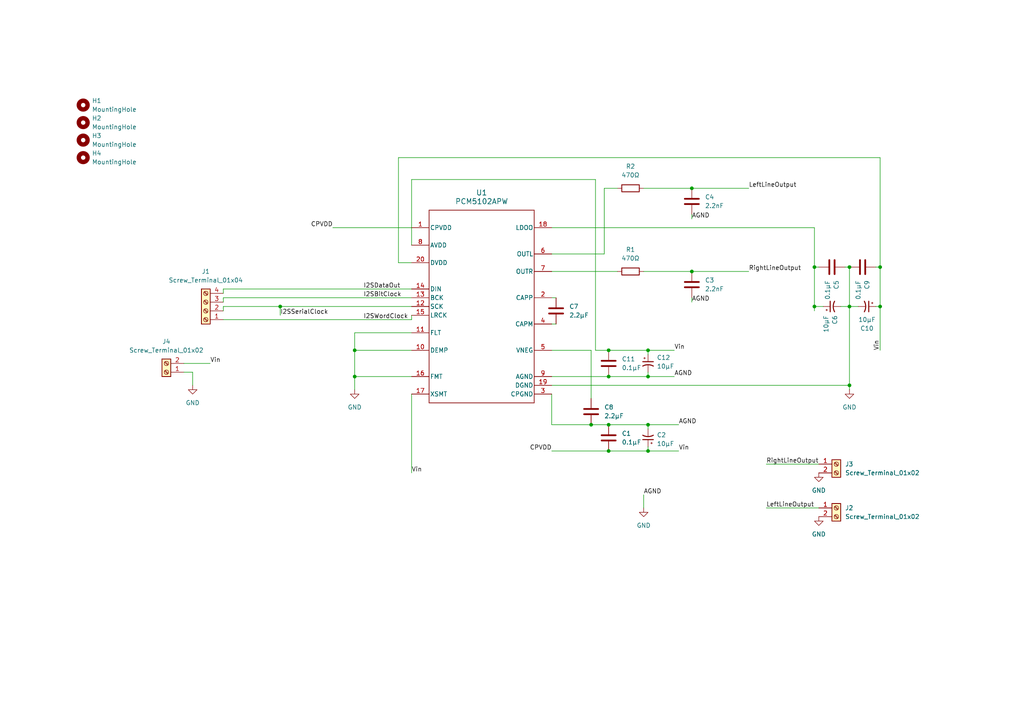
<source format=kicad_sch>
(kicad_sch (version 20231120) (generator "eeschema") (generator_version "8.0")
  (paper "A4")
  (lib_symbols
    (symbol "Connector:Screw_Terminal_01x02" (pin_names (offset 1.016) hide)
      (property "Reference" "J" (at 0 2.54 0))
      (property "Value" "Screw_Terminal_01x02" (at 0 -5.08 0))
      (symbol "Screw_Terminal_01x02_1_1"
        (rectangle (start -1.27 1.27) (end 1.27 -3.81) (stroke (width 0.254)) (fill (type background)))
        (circle (center 0 -2.54) (radius 0.635) (stroke (width 0.1524)))
        (polyline (pts (xy -0.5334 -2.2098) (xy 0.3302 -3.048)) (stroke (width 0.1524)))
        (polyline (pts (xy -0.5334 0.3302) (xy 0.3302 -0.508)) (stroke (width 0.1524)))
        (polyline (pts (xy -0.3556 -2.032) (xy 0.508 -2.8702)) (stroke (width 0.1524)))
        (polyline (pts (xy -0.3556 0.508) (xy 0.508 -0.3302)) (stroke (width 0.1524)))
        (circle (center 0 0) (radius 0.635) (stroke (width 0.1524)))
        (pin passive line (at -5.08 0 0) (length 3.81) (name "Pin_1") (number "1"))
        (pin passive line (at -5.08 -2.54 0) (length 3.81) (name "Pin_2") (number "2"))
      )
    )
    (symbol "Connector:Screw_Terminal_01x04" (pin_names (offset 1.016) hide)
      (property "Reference" "J" (at 0 5.08 0))
      (property "Value" "Screw_Terminal_01x04" (at 0 -7.62 0))
      (symbol "Screw_Terminal_01x04_1_1"
        (rectangle (start -1.27 3.81) (end 1.27 -6.35) (stroke (width 0.254)) (fill (type background)))
        (circle (center 0 -5.08) (radius 0.635) (stroke (width 0.1524)))
        (circle (center 0 -2.54) (radius 0.635) (stroke (width 0.1524)))
        (polyline (pts (xy -0.5334 -4.7498) (xy 0.3302 -5.588)) (stroke (width 0.1524)))
        (polyline (pts (xy -0.5334 -2.2098) (xy 0.3302 -3.048)) (stroke (width 0.1524)))
        (polyline (pts (xy -0.5334 0.3302) (xy 0.3302 -0.508)) (stroke (width 0.1524)))
        (polyline (pts (xy -0.5334 2.8702) (xy 0.3302 2.032)) (stroke (width 0.1524)))
        (polyline (pts (xy -0.3556 -4.572) (xy 0.508 -5.4102)) (stroke (width 0.1524)))
        (polyline (pts (xy -0.3556 -2.032) (xy 0.508 -2.8702)) (stroke (width 0.1524)))
        (polyline (pts (xy -0.3556 0.508) (xy 0.508 -0.3302)) (stroke (width 0.1524)))
        (polyline (pts (xy -0.3556 3.048) (xy 0.508 2.2098)) (stroke (width 0.1524)))
        (circle (center 0 0) (radius 0.635) (stroke (width 0.1524)))
        (circle (center 0 2.54) (radius 0.635) (stroke (width 0.1524)))
        (pin passive line (at -5.08 2.54 0) (length 3.81) (name "Pin_1") (number "1"))
        (pin passive line (at -5.08 0 0) (length 3.81) (name "Pin_2") (number "2"))
        (pin passive line (at -5.08 -2.54 0) (length 3.81) (name "Pin_3") (number "3"))
        (pin passive line (at -5.08 -5.08 0) (length 3.81) (name "Pin_4") (number "4"))
      )
    )
    (symbol "Device:C" (pin_numbers hide) (pin_names (offset 0.254))
      (property "Reference" "C" (at 0.635 2.54 0))
      (property "Value" "C" (at 0.635 -2.54 0))
      (symbol "C_0_1"
        (polyline (pts (xy -2.032 -0.762) (xy 2.032 -0.762)) (stroke (width 0.508)))
        (polyline (pts (xy -2.032 0.762) (xy 2.032 0.762)) (stroke (width 0.508)))
      )
      (symbol "C_1_1"
        (pin passive line (at 0 3.81 270) (length 2.794) (name "~") (number "1"))
        (pin passive line (at 0 -3.81 90) (length 2.794) (name "~") (number "2"))
      )
    )
    (symbol "Device:C_Polarized_Small_US" (pin_numbers hide) (pin_names (offset 0.254) hide)
      (property "Reference" "C" (at 0.254 1.778 0))
      (property "Value" "C_Polarized_Small_US" (at 0.254 -2.032 0))
      (symbol "C_Polarized_Small_US_0_1"
        (polyline (pts (xy -1.524 0.508) (xy 1.524 0.508)) (stroke (width 0.3048)))
        (polyline (pts (xy -1.27 1.524) (xy -0.762 1.524)))
        (polyline (pts (xy -1.016 1.27) (xy -1.016 1.778)))
        (arc (start 1.524 -0.762) (mid 0 -0.3734) (end -1.524 -0.762) (stroke (width 0.3048)))
      )
      (symbol "C_Polarized_Small_US_1_1"
        (pin passive line (at 0 2.54 270) (length 2.032) (name "~") (number "1"))
        (pin passive line (at 0 -2.54 90) (length 2.032) (name "~") (number "2"))
      )
    )
    (symbol "Device:R" (pin_numbers hide) (pin_names (offset 0))
      (property "Reference" "R" (at 2.032 0 90))
      (property "Value" "R" (at 0 0 90))
      (symbol "R_0_1"
        (rectangle (start -1.016 -2.54) (end 1.016 2.54) (stroke (width 0.254)))
      )
      (symbol "R_1_1"
        (pin passive line (at 0 3.81 270) (length 1.27) (name "~") (number "1"))
        (pin passive line (at 0 -3.81 90) (length 1.27) (name "~") (number "2"))
      )
    )
    (symbol "Mechanical:MountingHole" (pin_names (offset 1.016)) (exclude_from_sim yes) (in_bom no)
      (property "Reference" "H" (at 0 5.08 0))
      (property "Value" "MountingHole" (at 0 3.175 0))
      (symbol "MountingHole_0_1"
        (circle (center 0 0) (radius 1.27) (stroke (width 1.27)))
      )
    )
    (symbol "PCM5102APW:PCM5102APW" (pin_names (offset 0.254))
      (property "Reference" "U" (at 0 2.54 0))
      (property "Value" "PCM5102APW" (at 0 0 0))
      (symbol "PCM5102APW_0_1"
        (polyline (pts (xy -15.24 -27.94) (xy 15.24 -27.94)) (stroke (width 0.2032)))
        (polyline (pts (xy -15.24 27.94) (xy -15.24 -27.94)) (stroke (width 0.2032)))
        (polyline (pts (xy 15.24 -27.94) (xy 15.24 27.94)) (stroke (width 0.2032)))
        (polyline (pts (xy 15.24 27.94) (xy -15.24 27.94)) (stroke (width 0.2032)))
        (pin power_in line (at -20.32 22.86 0) (length 5.08) (name "CPVDD") (number "1"))
        (pin input line (at -20.32 -12.7 0) (length 5.08) (name "DEMP") (number "10"))
        (pin input line (at -20.32 -7.62 0) (length 5.08) (name "FLT") (number "11"))
        (pin input line (at -20.32 0 0) (length 5.08) (name "SCK") (number "12"))
        (pin input line (at -20.32 2.54 0) (length 5.08) (name "BCK") (number "13"))
        (pin input line (at -20.32 5.08 0) (length 5.08) (name "DIN") (number "14"))
        (pin input line (at -20.32 -2.54 0) (length 5.08) (name "LRCK") (number "15"))
        (pin input line (at -20.32 -20.32 0) (length 5.08) (name "FMT") (number "16"))
        (pin input line (at -20.32 -25.4 0) (length 5.08) (name "XSMT") (number "17"))
        (pin power_in line (at 20.32 22.86 180) (length 5.08) (name "LDOO") (number "18"))
        (pin power_in line (at 20.32 -22.86 180) (length 5.08) (name "DGND") (number "19"))
        (pin output line (at 20.32 2.54 180) (length 5.08) (name "CAPP") (number "2"))
        (pin power_in line (at -20.32 12.7 0) (length 5.08) (name "DVDD") (number "20"))
        (pin power_in line (at 20.32 -25.4 180) (length 5.08) (name "CPGND") (number "3"))
        (pin output line (at 20.32 -5.08 180) (length 5.08) (name "CAPM") (number "4"))
        (pin power_in line (at 20.32 -12.7 180) (length 5.08) (name "VNEG") (number "5"))
        (pin output line (at 20.32 15.24 180) (length 5.08) (name "OUTL") (number "6"))
        (pin output line (at 20.32 10.16 180) (length 5.08) (name "OUTR") (number "7"))
        (pin power_in line (at -20.32 17.78 0) (length 5.08) (name "AVDD") (number "8"))
        (pin power_in line (at 20.32 -20.32 180) (length 5.08) (name "AGND") (number "9"))
      )
    )
    (symbol "power:GND" (power) (pin_numbers hide) (pin_names (offset 0) hide)
      (property "Value" "GND" (at 0 -3.81 0))
      (symbol "GND_0_1"
        (polyline (pts (xy 0 0) (xy 0 -1.27) (xy 1.27 -1.27) (xy 0 -2.54) (xy -1.27 -1.27) (xy 0 -1.27)))
      )
      (symbol "GND_1_1"
        (pin power_in line (at 0 0 270) (length 0) (name "~") (number "1"))
      )
    )
  )
  (junction (at 187.96 130.81))
  (junction (at 176.53 109.22))
  (junction (at 81.28 88.9))
  (junction (at 200.66 54.61))
  (junction (at 200.66 78.74))
  (junction (at 255.27 88.9))
  (junction (at 255.27 77.47))
  (junction (at 246.38 88.9))
  (junction (at 236.22 88.9))
  (junction (at 102.87 109.22))
  (junction (at 187.96 123.19))
  (junction (at 187.96 101.6))
  (junction (at 171.45 123.19))
  (junction (at 246.38 111.76))
  (junction (at 176.53 101.6))
  (junction (at 102.87 101.6))
  (junction (at 187.96 109.22))
  (junction (at 176.53 123.19))
  (junction (at 246.38 77.47))
  (junction (at 236.22 77.47))
  (junction (at 176.53 130.81))
  (wire (pts (xy 246.38 113.03) (xy 246.38 111.76)))
  (wire (pts (xy 81.28 88.9) (xy 64.77 88.9)))
  (wire (pts (xy 102.87 101.6) (xy 102.87 96.52)))
  (wire (pts (xy 248.92 88.9) (xy 246.38 88.9)))
  (wire (pts (xy 187.96 107.95) (xy 187.96 109.22)))
  (wire (pts (xy 236.22 77.47) (xy 236.22 88.9)))
  (wire (pts (xy 254 88.9) (xy 255.27 88.9)))
  (wire (pts (xy 64.77 83.82) (xy 64.77 85.09)))
  (wire (pts (xy 96.52 66.04) (xy 119.38 66.04)))
  (wire (pts (xy 160.02 123.19) (xy 171.45 123.19)))
  (wire (pts (xy 246.38 77.47) (xy 246.38 88.9)))
  (wire (pts (xy 160.02 78.74) (xy 179.07 78.74)))
  (wire (pts (xy 102.87 109.22) (xy 102.87 101.6)))
  (wire (pts (xy 172.72 101.6) (xy 176.53 101.6)))
  (wire (pts (xy 64.77 86.36) (xy 119.38 86.36)))
  (wire (pts (xy 175.26 73.66) (xy 175.26 54.61)))
  (wire (pts (xy 64.77 92.71) (xy 119.38 92.71)))
  (wire (pts (xy 186.69 78.74) (xy 200.66 78.74)))
  (wire (pts (xy 160.02 66.04) (xy 236.22 66.04)))
  (wire (pts (xy 236.22 66.04) (xy 236.22 77.47)))
  (wire (pts (xy 176.53 101.6) (xy 187.96 101.6)))
  (wire (pts (xy 176.53 130.81) (xy 187.96 130.81)))
  (wire (pts (xy 160.02 93.98) (xy 161.29 93.98)))
  (wire (pts (xy 200.66 62.23) (xy 200.66 63.5)))
  (wire (pts (xy 246.38 77.47) (xy 245.11 77.47)))
  (wire (pts (xy 175.26 54.61) (xy 179.07 54.61)))
  (wire (pts (xy 115.57 45.72) (xy 255.27 45.72)))
  (wire (pts (xy 119.38 52.07) (xy 119.38 71.12)))
  (wire (pts (xy 222.25 147.32) (xy 237.49 147.32)))
  (wire (pts (xy 119.38 114.3) (xy 119.38 137.16)))
  (wire (pts (xy 187.96 129.54) (xy 187.96 130.81)))
  (wire (pts (xy 171.45 101.6) (xy 160.02 101.6)))
  (wire (pts (xy 246.38 111.76) (xy 160.02 111.76)))
  (wire (pts (xy 222.25 134.62) (xy 237.49 134.62)))
  (wire (pts (xy 160.02 130.81) (xy 176.53 130.81)))
  (wire (pts (xy 186.69 143.51) (xy 186.69 147.32)))
  (wire (pts (xy 119.38 52.07) (xy 172.72 52.07)))
  (wire (pts (xy 64.77 88.9) (xy 64.77 90.17)))
  (wire (pts (xy 81.28 91.44) (xy 81.28 88.9)))
  (wire (pts (xy 171.45 115.57) (xy 171.45 101.6)))
  (wire (pts (xy 255.27 88.9) (xy 255.27 101.6)))
  (wire (pts (xy 160.02 114.3) (xy 160.02 123.19)))
  (wire (pts (xy 176.53 109.22) (xy 187.96 109.22)))
  (wire (pts (xy 176.53 123.19) (xy 187.96 123.19)))
  (wire (pts (xy 255.27 77.47) (xy 255.27 88.9)))
  (wire (pts (xy 55.88 107.95) (xy 55.88 111.76)))
  (wire (pts (xy 187.96 101.6) (xy 187.96 102.87)))
  (wire (pts (xy 102.87 109.22) (xy 119.38 109.22)))
  (wire (pts (xy 64.77 83.82) (xy 119.38 83.82)))
  (wire (pts (xy 187.96 123.19) (xy 187.96 124.46)))
  (wire (pts (xy 55.88 107.95) (xy 53.34 107.95)))
  (wire (pts (xy 200.66 78.74) (xy 217.17 78.74)))
  (wire (pts (xy 238.76 88.9) (xy 236.22 88.9)))
  (wire (pts (xy 172.72 52.07) (xy 172.72 101.6)))
  (wire (pts (xy 64.77 86.36) (xy 64.77 87.63)))
  (wire (pts (xy 187.96 101.6) (xy 195.58 101.6)))
  (wire (pts (xy 246.38 88.9) (xy 246.38 111.76)))
  (wire (pts (xy 102.87 113.03) (xy 102.87 109.22)))
  (wire (pts (xy 102.87 101.6) (xy 119.38 101.6)))
  (wire (pts (xy 171.45 123.19) (xy 176.53 123.19)))
  (wire (pts (xy 115.57 76.2) (xy 115.57 45.72)))
  (wire (pts (xy 160.02 109.22) (xy 176.53 109.22)))
  (wire (pts (xy 254 77.47) (xy 255.27 77.47)))
  (wire (pts (xy 102.87 96.52) (xy 119.38 96.52)))
  (wire (pts (xy 187.96 130.81) (xy 196.85 130.81)))
  (wire (pts (xy 246.38 88.9) (xy 243.84 88.9)))
  (wire (pts (xy 119.38 92.71) (xy 119.38 91.44)))
  (wire (pts (xy 200.66 86.36) (xy 200.66 87.63)))
  (wire (pts (xy 119.38 88.9) (xy 81.28 88.9)))
  (wire (pts (xy 119.38 76.2) (xy 115.57 76.2)))
  (wire (pts (xy 200.66 54.61) (xy 217.17 54.61)))
  (wire (pts (xy 187.96 109.22) (xy 195.58 109.22)))
  (wire (pts (xy 236.22 88.9) (xy 236.22 90.17)))
  (wire (pts (xy 255.27 45.72) (xy 255.27 77.47)))
  (wire (pts (xy 160.02 86.36) (xy 161.29 86.36)))
  (wire (pts (xy 236.22 77.47) (xy 237.49 77.47)))
  (wire (pts (xy 53.34 105.41) (xy 60.96 105.41)))
  (wire (pts (xy 160.02 73.66) (xy 175.26 73.66)))
  (wire (pts (xy 187.96 123.19) (xy 196.85 123.19)))
  (wire (pts (xy 186.69 54.61) (xy 200.66 54.61)))
  (label "Vin" (at 196.85 130.81 0))
  (label "CPVDD" (at 96.52 66.04 180))
  (label "RightLineOutput" (at 222.25 134.62 0))
  (label "I2SWordClock" (at 105.41 92.71 0))
  (label "I2SDataOut" (at 105.41 83.82 0))
  (label "AGND" (at 195.58 109.22 0))
  (label "Vin" (at 255.27 101.6 90))
  (label "CPVDD" (at 160.02 130.81 180))
  (label "LeftLineOutput" (at 222.25 147.32 0))
  (label "AGND" (at 200.66 63.5 0))
  (label "AGND" (at 200.66 87.63 0))
  (label "Vin" (at 119.38 137.16 0))
  (label "Vin" (at 195.58 101.6 0))
  (label "I2SBitClock" (at 105.41 86.36 0))
  (label "AGND" (at 196.85 123.19 0))
  (label "LeftLineOutput" (at 217.17 54.61 0))
  (label "Vin" (at 60.96 105.41 0))
  (label "RightLineOutput" (at 217.17 78.74 0))
  (label "AGND" (at 186.69 143.51 0))
  (label "I2SSerialClock" (at 81.28 91.44 0))
  (symbol (lib_id "Device:C") (at 200.66 58.42 0) (unit 1)
    (property "Reference" "C4" (at 204.47 57.1499 0) (effects (justify left)))
    (property "Value" "2.2nF" (at 204.47 59.6899 0) (effects (justify left)))
    (property "Footprint" "Capacitor_SMD:C_1206_3216Metric" (effects (hide yes)))
    (property "Description" "Unpolarized capacitor" (effects (hide yes)))
  )
  (symbol (lib_id "power:GND") (at 237.49 149.86 0) (unit 1)
    (property "Reference" "#PWR06" (effects (hide yes)))
    (property "Value" "GND" (at 237.49 154.94 0))
    (property "Description" "Power symbol creates a global label with name \"GND\" , ground" (effects (hide yes)))
  )
  (symbol (lib_id "Device:C") (at 176.53 105.41 0) (unit 1)
    (property "Reference" "C11" (at 180.34 104.1399 0) (effects (justify left)))
    (property "Value" "0.1µF" (at 180.34 106.6799 0) (effects (justify left)))
    (property "Footprint" "Capacitor_SMD:C_1206_3216Metric" (effects (hide yes)))
    (property "Description" "Unpolarized capacitor" (effects (hide yes)))
  )
  (symbol (lib_id "power:GND") (at 102.87 113.03 0) (unit 1)
    (property "Reference" "#PWR01" (effects (hide yes)))
    (property "Value" "GND" (at 102.87 118.11 0))
    (property "Description" "Power symbol creates a global label with name \"GND\" , ground" (effects (hide yes)))
  )
  (symbol (lib_id "power:GND") (at 246.38 113.03 0) (unit 1)
    (property "Reference" "#PWR08" (effects (hide yes)))
    (property "Value" "GND" (at 246.38 118.11 0))
    (property "Description" "Power symbol creates a global label with name \"GND\" , ground" (effects (hide yes)))
  )
  (symbol (lib_id "Mechanical:MountingHole") (at 24.13 35.56 0) (unit 1) (exclude_from_sim yes) (in_bom no)
    (property "Reference" "H2" (at 26.67 34.2899 0) (effects (justify left)))
    (property "Value" "MountingHole" (at 26.67 36.8299 0) (effects (justify left)))
    (property "Footprint" "MountingHole:MountingHole_2.2mm_M2" (effects (hide yes)))
    (property "Description" "Mounting Hole without connection" (effects (hide yes)))
  )
  (symbol (lib_id "Device:C_Polarized_Small_US") (at 241.3 88.9 90) (unit 1)
    (property "Reference" "C6" (at 242.1383 91.44 0) (effects (justify right)))
    (property "Value" "10µF" (at 239.5983 91.44 0) (effects (justify right)))
    (property "Footprint" "Capacitor_SMD:C_1206_3216Metric" (effects (hide yes)))
    (property "Description" "Polarized capacitor, small US symbol" (effects (hide yes)))
  )
  (symbol (lib_id "Device:C_Polarized_Small_US") (at 187.96 127 180) (unit 1)
    (property "Reference" "C2" (at 190.5 126.1617 0) (effects (justify right)))
    (property "Value" "10µF" (at 190.5 128.7017 0) (effects (justify right)))
    (property "Footprint" "Capacitor_SMD:C_1206_3216Metric" (effects (hide yes)))
    (property "Description" "Polarized capacitor, small US symbol" (effects (hide yes)))
  )
  (symbol (lib_id "power:GND") (at 55.88 111.76 0) (unit 1)
    (property "Reference" "#PWR04" (effects (hide yes)))
    (property "Value" "GND" (at 55.88 116.84 0))
    (property "Description" "Power symbol creates a global label with name \"GND\" , ground" (effects (hide yes)))
  )
  (symbol (lib_id "Device:C_Polarized_Small_US") (at 187.96 105.41 0) (unit 1)
    (property "Reference" "C12" (at 190.5 103.7081 0) (effects (justify left)))
    (property "Value" "10µF" (at 190.5 106.2481 0) (effects (justify left)))
    (property "Footprint" "Capacitor_SMD:C_1206_3216Metric" (effects (hide yes)))
    (property "Description" "Polarized capacitor, small US symbol" (effects (hide yes)))
  )
  (symbol (lib_id "Device:C") (at 200.66 82.55 0) (unit 1)
    (property "Reference" "C3" (at 204.47 81.2799 0) (effects (justify left)))
    (property "Value" "2.2nF" (at 204.47 83.8199 0) (effects (justify left)))
    (property "Footprint" "Capacitor_SMD:C_1206_3216Metric" (effects (hide yes)))
    (property "Description" "Unpolarized capacitor" (effects (hide yes)))
  )
  (symbol (lib_id "Device:C") (at 176.53 127 0) (unit 1)
    (property "Reference" "C1" (at 180.34 125.7299 0) (effects (justify left)))
    (property "Value" "0.1µF" (at 180.34 128.2699 0) (effects (justify left)))
    (property "Footprint" "Capacitor_SMD:C_1206_3216Metric" (effects (hide yes)))
    (property "Description" "Unpolarized capacitor" (effects (hide yes)))
  )
  (symbol (lib_id "Device:R") (at 182.88 78.74 90) (unit 1)
    (property "Reference" "R1" (at 182.88 72.39 90))
    (property "Value" "470Ω" (at 182.88 74.93 90))
    (property "Footprint" "Resistor_SMD:R_1206_3216Metric" (effects (hide yes)))
    (property "Description" "Resistor" (effects (hide yes)))
  )
  (symbol (lib_id "power:GND") (at 237.49 137.16 0) (unit 1)
    (property "Reference" "#PWR07" (effects (hide yes)))
    (property "Value" "GND" (at 237.49 142.24 0))
    (property "Description" "Power symbol creates a global label with name \"GND\" , ground" (effects (hide yes)))
  )
  (symbol (lib_id "Device:C") (at 250.19 77.47 270) (unit 1)
    (property "Reference" "C9" (at 251.4601 81.28 0) (effects (justify left)))
    (property "Value" "0.1µF" (at 248.9201 81.28 0) (effects (justify left)))
    (property "Footprint" "Capacitor_SMD:C_1206_3216Metric" (effects (hide yes)))
    (property "Description" "Unpolarized capacitor" (effects (hide yes)))
  )
  (symbol (lib_id "Mechanical:MountingHole") (at 24.13 40.64 0) (unit 1) (exclude_from_sim yes) (in_bom no)
    (property "Reference" "H3" (at 26.67 39.3699 0) (effects (justify left)))
    (property "Value" "MountingHole" (at 26.67 41.9099 0) (effects (justify left)))
    (property "Footprint" "MountingHole:MountingHole_2.2mm_M2" (effects (hide yes)))
    (property "Description" "Mounting Hole without connection" (effects (hide yes)))
  )
  (symbol (lib_id "PCM5102APW:PCM5102APW") (at 139.7 88.9 0) (unit 1)
    (property "Reference" "U1" (at 139.7 55.88 0) (effects (font (size 1.524 1.524))))
    (property "Value" "PCM5102APW" (at 139.7 58.42 0) (effects (font (size 1.524 1.524))))
    (property "Footprint" "PCM5102:PW0020A_N" (effects (hide yes)))
    (property "Datasheet" "https://www.ti.com/lit/gpn/pcm5102a" (effects (hide yes)))
  )
  (symbol (lib_id "Device:R") (at 182.88 54.61 90) (unit 1)
    (property "Reference" "R2" (at 182.88 48.26 90))
    (property "Value" "470Ω" (at 182.88 50.8 90))
    (property "Footprint" "Resistor_SMD:R_1206_3216Metric" (effects (hide yes)))
    (property "Description" "Resistor" (effects (hide yes)))
  )
  (symbol (lib_id "Device:C") (at 161.29 90.17 0) (unit 1)
    (property "Reference" "C7" (at 165.1 88.8999 0) (effects (justify left)))
    (property "Value" "2.2µF" (at 165.1 91.4399 0) (effects (justify left)))
    (property "Footprint" "Capacitor_SMD:C_1206_3216Metric" (effects (hide yes)))
    (property "Description" "Unpolarized capacitor" (effects (hide yes)))
  )
  (symbol (lib_id "Connector:Screw_Terminal_01x02") (at 48.26 107.95 180) (unit 1)
    (property "Reference" "J4" (at 48.26 99.06 0))
    (property "Value" "Screw_Terminal_01x02" (at 48.26 101.6 0))
    (property "Footprint" "TerminalBlock_Phoenix:TerminalBlock_Phoenix_MKDS-1,5-2_1x02_P5.00mm_Horizontal" (effects (hide yes)))
    (property "Description" "Generic screw terminal, single row, 01x02, script generated (kicad-library-utils/schlib/autogen/connector/)" (effects (hide yes)))
  )
  (symbol (lib_id "Mechanical:MountingHole") (at 24.13 30.48 0) (unit 1) (exclude_from_sim yes) (in_bom no)
    (property "Reference" "H1" (at 26.67 29.2099 0) (effects (justify left)))
    (property "Value" "MountingHole" (at 26.67 31.7499 0) (effects (justify left)))
    (property "Footprint" "MountingHole:MountingHole_2.2mm_M2" (effects (hide yes)))
    (property "Description" "Mounting Hole without connection" (effects (hide yes)))
  )
  (symbol (lib_id "Device:C_Polarized_Small_US") (at 251.46 88.9 270) (unit 1)
    (property "Reference" "C10" (at 251.46 95.25 90))
    (property "Value" "10µF" (at 251.46 92.71 90))
    (property "Footprint" "Capacitor_SMD:C_1206_3216Metric" (effects (hide yes)))
    (property "Description" "Polarized capacitor, small US symbol" (effects (hide yes)))
  )
  (symbol (lib_id "Connector:Screw_Terminal_01x02") (at 242.57 134.62 0) (unit 1)
    (property "Reference" "J3" (at 245.11 134.6199 0) (effects (justify left)))
    (property "Value" "Screw_Terminal_01x02" (at 245.11 137.1599 0) (effects (justify left)))
    (property "Footprint" "TerminalBlock_Phoenix:TerminalBlock_Phoenix_MKDS-1,5-2_1x02_P5.00mm_Horizontal" (effects (hide yes)))
    (property "Description" "Generic screw terminal, single row, 01x02, script generated (kicad-library-utils/schlib/autogen/connector/)" (effects (hide yes)))
  )
  (symbol (lib_id "Connector:Screw_Terminal_01x02") (at 242.57 147.32 0) (unit 1)
    (property "Reference" "J2" (at 245.11 147.3199 0) (effects (justify left)))
    (property "Value" "Screw_Terminal_01x02" (at 245.11 149.8599 0) (effects (justify left)))
    (property "Footprint" "TerminalBlock_Phoenix:TerminalBlock_Phoenix_MKDS-1,5-2_1x02_P5.00mm_Horizontal" (effects (hide yes)))
    (property "Description" "Generic screw terminal, single row, 01x02, script generated (kicad-library-utils/schlib/autogen/connector/)" (effects (hide yes)))
  )
  (symbol (lib_id "Mechanical:MountingHole") (at 24.13 45.72 0) (unit 1) (exclude_from_sim yes) (in_bom no)
    (property "Reference" "H4" (at 26.67 44.4499 0) (effects (justify left)))
    (property "Value" "MountingHole" (at 26.67 46.9899 0) (effects (justify left)))
    (property "Footprint" "MountingHole:MountingHole_2.2mm_M2" (effects (hide yes)))
    (property "Description" "Mounting Hole without connection" (effects (hide yes)))
  )
  (symbol (lib_id "Connector:Screw_Terminal_01x04") (at 59.69 90.17 180) (unit 1)
    (property "Reference" "J1" (at 59.69 78.74 0))
    (property "Value" "Screw_Terminal_01x04" (at 59.69 81.28 0))
    (property "Footprint" "TerminalBlock_Phoenix:TerminalBlock_Phoenix_MKDS-1,5-5_1x05_P5.00mm_Horizontal" (effects (hide yes)))
    (property "Description" "Generic screw terminal, single row, 01x04, script generated (kicad-library-utils/schlib/autogen/connector/)" (effects (hide yes)))
  )
  (symbol (lib_id "Device:C") (at 241.3 77.47 270) (unit 1)
    (property "Reference" "C5" (at 242.5701 81.28 0) (effects (justify left)))
    (property "Value" "0.1µF" (at 240.0301 81.28 0) (effects (justify left)))
    (property "Footprint" "Capacitor_SMD:C_1206_3216Metric" (effects (hide yes)))
    (property "Description" "Unpolarized capacitor" (effects (hide yes)))
  )
  (symbol (lib_id "Device:C") (at 171.45 119.38 180) (unit 1)
    (property "Reference" "C8" (at 175.26 118.1099 0) (effects (justify right)))
    (property "Value" "2.2µF" (at 175.26 120.6499 0) (effects (justify right)))
    (property "Footprint" "Capacitor_SMD:C_1206_3216Metric" (effects (hide yes)))
    (property "Description" "Unpolarized capacitor" (effects (hide yes)))
  )
  (symbol (lib_id "power:GND") (at 186.69 147.32 0) (unit 1)
    (property "Reference" "#PWR05" (effects (hide yes)))
    (property "Value" "GND" (at 186.69 152.4 0))
    (property "Description" "Power symbol creates a global label with name \"GND\" , ground" (effects (hide yes)))
  )
)
</source>
